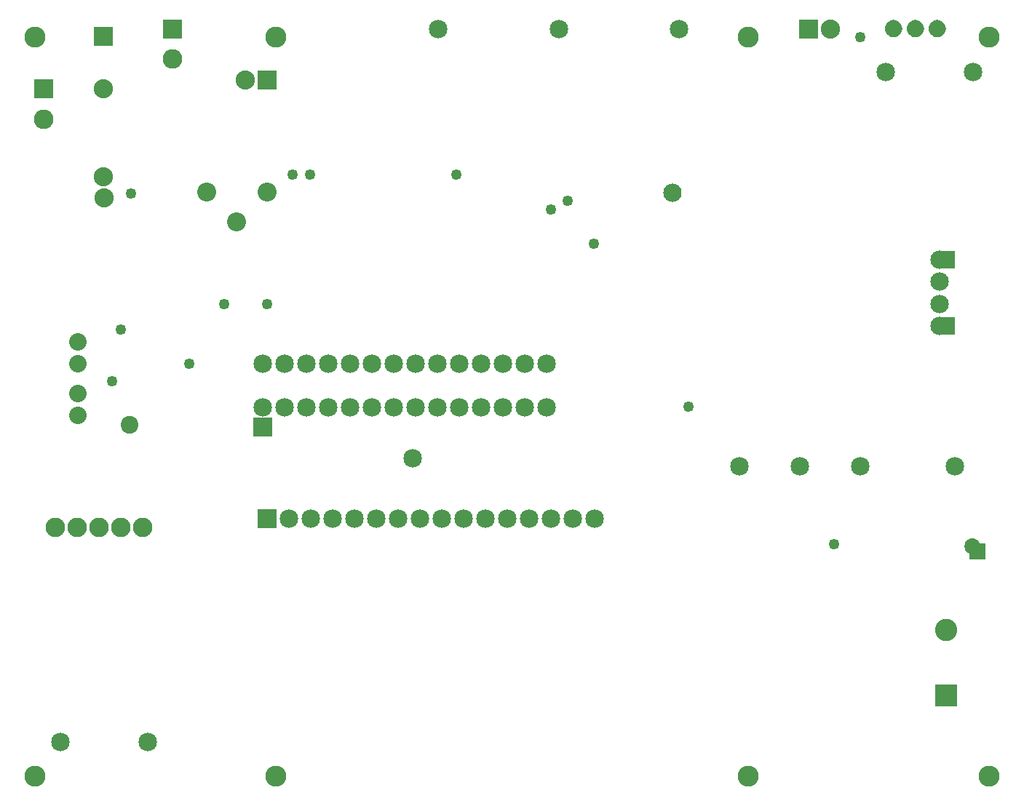
<source format=gbs>
G04 MADE WITH FRITZING*
G04 WWW.FRITZING.ORG*
G04 DOUBLE SIDED*
G04 HOLES PLATED*
G04 CONTOUR ON CENTER OF CONTOUR VECTOR*
%ASAXBY*%
%FSLAX23Y23*%
%MOIN*%
%OFA0B0*%
%SFA1.0B1.0*%
%ADD10C,0.096614*%
%ADD11C,0.049370*%
%ADD12C,0.090000*%
%ADD13C,0.088000*%
%ADD14C,0.072992*%
%ADD15C,0.085000*%
%ADD16C,0.102000*%
%ADD17C,0.086772*%
%ADD18C,0.080000*%
%ADD19C,0.080925*%
%ADD20C,0.080866*%
%ADD21C,0.089370*%
%ADD22C,0.084472*%
%ADD23C,0.084000*%
%ADD24R,0.090000X0.090000*%
%ADD25R,0.088000X0.088000*%
%ADD26R,0.072992X0.072992*%
%ADD27R,0.102000X0.102000*%
%ADD28R,0.085000X0.085000*%
%ADD29R,0.084108X0.084472*%
%ADD30R,0.001000X0.001000*%
%LNMASK0*%
G90*
G70*
G54D10*
X1241Y3672D03*
X3406Y3672D03*
X3406Y286D03*
X1241Y286D03*
X139Y3672D03*
X139Y286D03*
X4509Y286D03*
X4509Y3672D03*
G54D11*
X493Y2097D03*
X579Y2956D03*
X2068Y3042D03*
X3131Y1979D03*
X3918Y3672D03*
X3800Y1349D03*
X532Y2333D03*
X2580Y2924D03*
X847Y2176D03*
X2501Y2884D03*
X2698Y2727D03*
X1202Y2451D03*
X1005Y2451D03*
X1320Y3042D03*
X1398Y3042D03*
G54D12*
X178Y3435D03*
X178Y3298D03*
X768Y3711D03*
X768Y3573D03*
G54D13*
X454Y3675D03*
X455Y2935D03*
X454Y3034D03*
X454Y3435D03*
X1202Y3475D03*
X1102Y3475D03*
G54D14*
X4434Y1339D03*
X4434Y1339D03*
G54D15*
X4351Y1705D03*
X4351Y1705D03*
G54D16*
X4312Y655D03*
X4312Y955D03*
G54D17*
X1202Y2963D03*
X926Y2963D03*
X1064Y2825D03*
G54D15*
X1869Y1742D03*
X1869Y1742D03*
G54D18*
X335Y1939D03*
X335Y2039D03*
G54D15*
X257Y443D03*
X657Y443D03*
G54D18*
X335Y2176D03*
X335Y2276D03*
G54D15*
X1183Y1976D03*
X1183Y2176D03*
X1283Y1976D03*
X1283Y2176D03*
X1383Y1976D03*
X1383Y2176D03*
X1483Y1976D03*
X1483Y2176D03*
X1583Y1976D03*
X1583Y2176D03*
X1683Y1976D03*
X1683Y2176D03*
X1783Y1976D03*
X1783Y2176D03*
X1883Y1976D03*
X1883Y2176D03*
X1983Y1976D03*
X1983Y2176D03*
X2083Y1976D03*
X2083Y2176D03*
X2183Y1976D03*
X2183Y2176D03*
X2283Y1976D03*
X2283Y2176D03*
X2383Y1976D03*
X2383Y2176D03*
X2483Y1976D03*
X2483Y2176D03*
G54D19*
X572Y1898D03*
G54D20*
X572Y1898D03*
G54D21*
X232Y1428D03*
X332Y1428D03*
X432Y1428D03*
X532Y1428D03*
X632Y1428D03*
G54D15*
X4036Y3514D03*
X4436Y3514D03*
G54D13*
X3682Y3711D03*
X3782Y3711D03*
G54D22*
X4284Y2652D03*
X4284Y2652D03*
X4284Y2552D03*
X4284Y2552D03*
X4284Y2451D03*
X4284Y2451D03*
X4284Y2351D03*
X4284Y2351D03*
G54D23*
X3059Y2960D03*
X3059Y2960D03*
X3059Y2960D03*
X3059Y2960D03*
G54D15*
X2538Y3711D03*
X2538Y3711D03*
X1987Y3711D03*
X1987Y3711D03*
X3089Y3711D03*
X3089Y3711D03*
X3918Y1705D03*
X3918Y1705D03*
X3643Y1705D03*
X3643Y1705D03*
X3367Y1705D03*
X3367Y1705D03*
X1202Y1467D03*
X1302Y1467D03*
X1402Y1467D03*
X1502Y1467D03*
X1602Y1467D03*
X1702Y1467D03*
X1802Y1467D03*
X1902Y1467D03*
X2002Y1467D03*
X2102Y1467D03*
X2202Y1467D03*
X2302Y1467D03*
X2402Y1467D03*
X2502Y1467D03*
X2602Y1467D03*
X2702Y1467D03*
G54D24*
X178Y3435D03*
X768Y3711D03*
G54D25*
X454Y3675D03*
X1202Y3475D03*
G54D26*
X4457Y1315D03*
G54D27*
X4312Y655D03*
G54D28*
X1183Y1888D03*
G54D25*
X3682Y3711D03*
G54D29*
X4312Y2652D03*
X4312Y2351D03*
G54D28*
X1201Y1467D03*
G54D30*
X4066Y3751D02*
X4076Y3751D01*
X4166Y3751D02*
X4176Y3751D01*
X4266Y3751D02*
X4276Y3751D01*
X4062Y3750D02*
X4081Y3750D01*
X4162Y3750D02*
X4181Y3750D01*
X4262Y3750D02*
X4281Y3750D01*
X4059Y3749D02*
X4083Y3749D01*
X4159Y3749D02*
X4183Y3749D01*
X4259Y3749D02*
X4283Y3749D01*
X4057Y3748D02*
X4086Y3748D01*
X4157Y3748D02*
X4186Y3748D01*
X4257Y3748D02*
X4286Y3748D01*
X4055Y3747D02*
X4088Y3747D01*
X4155Y3747D02*
X4188Y3747D01*
X4255Y3747D02*
X4288Y3747D01*
X4053Y3746D02*
X4089Y3746D01*
X4153Y3746D02*
X4189Y3746D01*
X4253Y3746D02*
X4289Y3746D01*
X4052Y3745D02*
X4091Y3745D01*
X4152Y3745D02*
X4191Y3745D01*
X4252Y3745D02*
X4291Y3745D01*
X4050Y3744D02*
X4092Y3744D01*
X4150Y3744D02*
X4192Y3744D01*
X4250Y3744D02*
X4292Y3744D01*
X4049Y3743D02*
X4094Y3743D01*
X4149Y3743D02*
X4194Y3743D01*
X4249Y3743D02*
X4294Y3743D01*
X4048Y3742D02*
X4095Y3742D01*
X4148Y3742D02*
X4195Y3742D01*
X4248Y3742D02*
X4295Y3742D01*
X4046Y3741D02*
X4096Y3741D01*
X4146Y3741D02*
X4196Y3741D01*
X4246Y3741D02*
X4296Y3741D01*
X4045Y3740D02*
X4097Y3740D01*
X4145Y3740D02*
X4197Y3740D01*
X4245Y3740D02*
X4297Y3740D01*
X4044Y3739D02*
X4098Y3739D01*
X4144Y3739D02*
X4198Y3739D01*
X4244Y3739D02*
X4298Y3739D01*
X4043Y3738D02*
X4099Y3738D01*
X4143Y3738D02*
X4199Y3738D01*
X4243Y3738D02*
X4299Y3738D01*
X4042Y3737D02*
X4100Y3737D01*
X4142Y3737D02*
X4200Y3737D01*
X4242Y3737D02*
X4300Y3737D01*
X4042Y3736D02*
X4101Y3736D01*
X4142Y3736D02*
X4201Y3736D01*
X4242Y3736D02*
X4301Y3736D01*
X4041Y3735D02*
X4102Y3735D01*
X4141Y3735D02*
X4202Y3735D01*
X4241Y3735D02*
X4302Y3735D01*
X4040Y3734D02*
X4103Y3734D01*
X4140Y3734D02*
X4203Y3734D01*
X4240Y3734D02*
X4303Y3734D01*
X4039Y3733D02*
X4103Y3733D01*
X4139Y3733D02*
X4203Y3733D01*
X4239Y3733D02*
X4303Y3733D01*
X4039Y3732D02*
X4104Y3732D01*
X4139Y3732D02*
X4204Y3732D01*
X4239Y3732D02*
X4304Y3732D01*
X4038Y3731D02*
X4105Y3731D01*
X4138Y3731D02*
X4205Y3731D01*
X4238Y3731D02*
X4305Y3731D01*
X4037Y3730D02*
X4105Y3730D01*
X4137Y3730D02*
X4205Y3730D01*
X4237Y3730D02*
X4305Y3730D01*
X4037Y3729D02*
X4106Y3729D01*
X4137Y3729D02*
X4206Y3729D01*
X4237Y3729D02*
X4306Y3729D01*
X4036Y3728D02*
X4106Y3728D01*
X4136Y3728D02*
X4206Y3728D01*
X4236Y3728D02*
X4306Y3728D01*
X4036Y3727D02*
X4107Y3727D01*
X4136Y3727D02*
X4207Y3727D01*
X4236Y3727D02*
X4307Y3727D01*
X4035Y3726D02*
X4107Y3726D01*
X4135Y3726D02*
X4207Y3726D01*
X4235Y3726D02*
X4307Y3726D01*
X4035Y3725D02*
X4108Y3725D01*
X4135Y3725D02*
X4208Y3725D01*
X4235Y3725D02*
X4308Y3725D01*
X4034Y3724D02*
X4108Y3724D01*
X4134Y3724D02*
X4208Y3724D01*
X4234Y3724D02*
X4308Y3724D01*
X4034Y3723D02*
X4109Y3723D01*
X4134Y3723D02*
X4209Y3723D01*
X4234Y3723D02*
X4309Y3723D01*
X4034Y3722D02*
X4109Y3722D01*
X4134Y3722D02*
X4209Y3722D01*
X4234Y3722D02*
X4309Y3722D01*
X4033Y3721D02*
X4109Y3721D01*
X4133Y3721D02*
X4209Y3721D01*
X4233Y3721D02*
X4309Y3721D01*
X4033Y3720D02*
X4110Y3720D01*
X4133Y3720D02*
X4210Y3720D01*
X4233Y3720D02*
X4310Y3720D01*
X4033Y3719D02*
X4110Y3719D01*
X4133Y3719D02*
X4210Y3719D01*
X4233Y3719D02*
X4310Y3719D01*
X4032Y3718D02*
X4110Y3718D01*
X4132Y3718D02*
X4210Y3718D01*
X4232Y3718D02*
X4310Y3718D01*
X4032Y3717D02*
X4110Y3717D01*
X4132Y3717D02*
X4210Y3717D01*
X4232Y3717D02*
X4310Y3717D01*
X4032Y3716D02*
X4110Y3716D01*
X4132Y3716D02*
X4210Y3716D01*
X4232Y3716D02*
X4310Y3716D01*
X4032Y3715D02*
X4111Y3715D01*
X4132Y3715D02*
X4211Y3715D01*
X4232Y3715D02*
X4311Y3715D01*
X4032Y3714D02*
X4111Y3714D01*
X4132Y3714D02*
X4211Y3714D01*
X4232Y3714D02*
X4311Y3714D01*
X4032Y3713D02*
X4111Y3713D01*
X4132Y3713D02*
X4211Y3713D01*
X4232Y3713D02*
X4311Y3713D01*
X4032Y3712D02*
X4111Y3712D01*
X4132Y3712D02*
X4211Y3712D01*
X4232Y3712D02*
X4311Y3712D01*
X4032Y3711D02*
X4111Y3711D01*
X4132Y3711D02*
X4211Y3711D01*
X4232Y3711D02*
X4311Y3711D01*
X4032Y3710D02*
X4111Y3710D01*
X4132Y3710D02*
X4211Y3710D01*
X4232Y3710D02*
X4311Y3710D01*
X4032Y3709D02*
X4111Y3709D01*
X4132Y3709D02*
X4211Y3709D01*
X4232Y3709D02*
X4311Y3709D01*
X4032Y3708D02*
X4111Y3708D01*
X4132Y3708D02*
X4211Y3708D01*
X4232Y3708D02*
X4311Y3708D01*
X4032Y3707D02*
X4110Y3707D01*
X4132Y3707D02*
X4210Y3707D01*
X4232Y3707D02*
X4310Y3707D01*
X4032Y3706D02*
X4110Y3706D01*
X4132Y3706D02*
X4210Y3706D01*
X4232Y3706D02*
X4310Y3706D01*
X4033Y3705D02*
X4110Y3705D01*
X4132Y3705D02*
X4210Y3705D01*
X4232Y3705D02*
X4310Y3705D01*
X4033Y3704D02*
X4110Y3704D01*
X4133Y3704D02*
X4210Y3704D01*
X4233Y3704D02*
X4310Y3704D01*
X4033Y3703D02*
X4110Y3703D01*
X4133Y3703D02*
X4210Y3703D01*
X4233Y3703D02*
X4310Y3703D01*
X4033Y3702D02*
X4109Y3702D01*
X4133Y3702D02*
X4209Y3702D01*
X4233Y3702D02*
X4309Y3702D01*
X4034Y3701D02*
X4109Y3701D01*
X4134Y3701D02*
X4209Y3701D01*
X4234Y3701D02*
X4309Y3701D01*
X4034Y3700D02*
X4109Y3700D01*
X4134Y3700D02*
X4209Y3700D01*
X4234Y3700D02*
X4309Y3700D01*
X4034Y3699D02*
X4108Y3699D01*
X4134Y3699D02*
X4208Y3699D01*
X4234Y3699D02*
X4308Y3699D01*
X4035Y3698D02*
X4108Y3698D01*
X4135Y3698D02*
X4208Y3698D01*
X4235Y3698D02*
X4308Y3698D01*
X4035Y3697D02*
X4107Y3697D01*
X4135Y3697D02*
X4207Y3697D01*
X4235Y3697D02*
X4307Y3697D01*
X4036Y3696D02*
X4107Y3696D01*
X4136Y3696D02*
X4207Y3696D01*
X4236Y3696D02*
X4307Y3696D01*
X4036Y3695D02*
X4106Y3695D01*
X4136Y3695D02*
X4206Y3695D01*
X4236Y3695D02*
X4306Y3695D01*
X4037Y3694D02*
X4106Y3694D01*
X4137Y3694D02*
X4206Y3694D01*
X4237Y3694D02*
X4306Y3694D01*
X4037Y3693D02*
X4105Y3693D01*
X4137Y3693D02*
X4205Y3693D01*
X4237Y3693D02*
X4305Y3693D01*
X4038Y3692D02*
X4105Y3692D01*
X4138Y3692D02*
X4205Y3692D01*
X4238Y3692D02*
X4305Y3692D01*
X4039Y3691D02*
X4104Y3691D01*
X4139Y3691D02*
X4204Y3691D01*
X4239Y3691D02*
X4304Y3691D01*
X4039Y3690D02*
X4103Y3690D01*
X4139Y3690D02*
X4203Y3690D01*
X4239Y3690D02*
X4303Y3690D01*
X4040Y3689D02*
X4103Y3689D01*
X4140Y3689D02*
X4203Y3689D01*
X4240Y3689D02*
X4303Y3689D01*
X4041Y3688D02*
X4102Y3688D01*
X4141Y3688D02*
X4202Y3688D01*
X4241Y3688D02*
X4302Y3688D01*
X4042Y3687D02*
X4101Y3687D01*
X4142Y3687D02*
X4201Y3687D01*
X4242Y3687D02*
X4301Y3687D01*
X4042Y3686D02*
X4100Y3686D01*
X4142Y3686D02*
X4200Y3686D01*
X4242Y3686D02*
X4300Y3686D01*
X4043Y3685D02*
X4099Y3685D01*
X4143Y3685D02*
X4199Y3685D01*
X4243Y3685D02*
X4299Y3685D01*
X4044Y3684D02*
X4098Y3684D01*
X4144Y3684D02*
X4198Y3684D01*
X4244Y3684D02*
X4298Y3684D01*
X4045Y3683D02*
X4097Y3683D01*
X4145Y3683D02*
X4197Y3683D01*
X4245Y3683D02*
X4297Y3683D01*
X4046Y3682D02*
X4096Y3682D01*
X4146Y3682D02*
X4196Y3682D01*
X4246Y3682D02*
X4296Y3682D01*
X4048Y3681D02*
X4095Y3681D01*
X4148Y3681D02*
X4195Y3681D01*
X4248Y3681D02*
X4295Y3681D01*
X4049Y3680D02*
X4094Y3680D01*
X4149Y3680D02*
X4194Y3680D01*
X4249Y3680D02*
X4294Y3680D01*
X4050Y3679D02*
X4092Y3679D01*
X4150Y3679D02*
X4192Y3679D01*
X4250Y3679D02*
X4292Y3679D01*
X4052Y3678D02*
X4091Y3678D01*
X4152Y3678D02*
X4191Y3678D01*
X4252Y3678D02*
X4291Y3678D01*
X4053Y3677D02*
X4089Y3677D01*
X4153Y3677D02*
X4189Y3677D01*
X4253Y3677D02*
X4289Y3677D01*
X4055Y3676D02*
X4088Y3676D01*
X4155Y3676D02*
X4188Y3676D01*
X4255Y3676D02*
X4288Y3676D01*
X4057Y3675D02*
X4086Y3675D01*
X4157Y3675D02*
X4186Y3675D01*
X4257Y3675D02*
X4286Y3675D01*
X4059Y3674D02*
X4083Y3674D01*
X4159Y3674D02*
X4183Y3674D01*
X4259Y3674D02*
X4283Y3674D01*
X4062Y3673D02*
X4080Y3673D01*
X4162Y3673D02*
X4180Y3673D01*
X4262Y3673D02*
X4280Y3673D01*
X4066Y3672D02*
X4076Y3672D01*
X4166Y3672D02*
X4176Y3672D01*
X4266Y3672D02*
X4276Y3672D01*
D02*
G04 End of Mask0*
M02*
</source>
